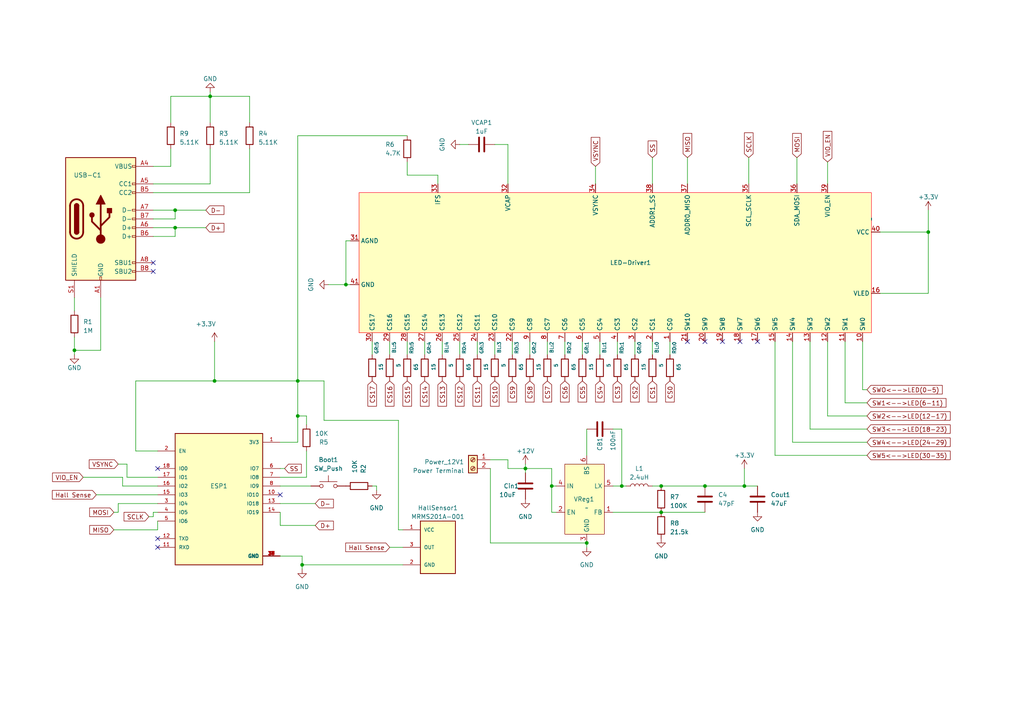
<source format=kicad_sch>
(kicad_sch (version 20230121) (generator eeschema)
  (paper "A4")
  (lib_symbols
    (symbol "Connector:Screw_Terminal_01x02" (pin_names (offset 1.016) hide)
      (property "Reference" "J" (at 0 2.54 0))
      (property "Value" "Screw_Terminal_01x02" (at 0 -5.08 0))
      (symbol "Screw_Terminal_01x02_1_1"
        (rectangle (start -1.27 1.27) (end 1.27 -3.81) (stroke (width 0.254)) (fill (type background)))
        (circle (center 0 -2.54) (radius 0.635) (stroke (width 0.1524)))
        (polyline (pts (xy -0.5334 -2.2098) (xy 0.3302 -3.048)) (stroke (width 0.1524)))
        (polyline (pts (xy -0.5334 0.3302) (xy 0.3302 -0.508)) (stroke (width 0.1524)))
        (polyline (pts (xy -0.3556 -2.032) (xy 0.508 -2.8702)) (stroke (width 0.1524)))
        (polyline (pts (xy -0.3556 0.508) (xy 0.508 -0.3302)) (stroke (width 0.1524)))
        (circle (center 0 0) (radius 0.635) (stroke (width 0.1524)))
        (pin passive line (at -5.08 0 0) (length 3.81) (name "Pin_1") (number "1"))
        (pin passive line (at -5.08 -2.54 0) (length 3.81) (name "Pin_2") (number "2"))
      )
    )
    (symbol "Connector:USB_C_Receptacle_USB2.0" (pin_names (offset 1.016))
      (property "Reference" "J" (at -10.16 19.05 0))
      (property "Value" "USB_C_Receptacle_USB2.0" (at 19.05 19.05 0))
      (symbol "USB_C_Receptacle_USB2.0_0_0"
        (rectangle (start -0.254 -17.78) (end 0.254 -16.764))
        (rectangle (start 10.16 -14.986) (end 9.144 -15.494))
        (rectangle (start 10.16 -12.446) (end 9.144 -12.954))
        (rectangle (start 10.16 -4.826) (end 9.144 -5.334))
        (rectangle (start 10.16 -2.286) (end 9.144 -2.794))
        (rectangle (start 10.16 0.254) (end 9.144 -0.254))
        (rectangle (start 10.16 2.794) (end 9.144 2.286))
        (rectangle (start 10.16 7.874) (end 9.144 7.366))
        (rectangle (start 10.16 10.414) (end 9.144 9.906))
        (rectangle (start 10.16 15.494) (end 9.144 14.986))
      )
      (symbol "USB_C_Receptacle_USB2.0_0_1"
        (rectangle (start -10.16 17.78) (end 10.16 -17.78) (stroke (width 0.254)) (fill (type background)))
        (arc (start -8.89 -3.81) (mid -6.985 -5.7067) (end -5.08 -3.81) (stroke (width 0.508)))
        (arc (start -7.62 -3.81) (mid -6.985 -4.4423) (end -6.35 -3.81) (stroke (width 0.254)))
        (arc (start -7.62 -3.81) (mid -6.985 -4.4423) (end -6.35 -3.81) (stroke (width 0.254)) (fill (type outline)))
        (rectangle (start -7.62 -3.81) (end -6.35 3.81) (stroke (width 0.254)) (fill (type outline)))
        (arc (start -6.35 3.81) (mid -6.985 4.4423) (end -7.62 3.81) (stroke (width 0.254)))
        (arc (start -6.35 3.81) (mid -6.985 4.4423) (end -7.62 3.81) (stroke (width 0.254)) (fill (type outline)))
        (arc (start -5.08 3.81) (mid -6.985 5.7067) (end -8.89 3.81) (stroke (width 0.508)))
        (circle (center -2.54 1.143) (radius 0.635) (stroke (width 0.254)) (fill (type outline)))
        (circle (center 0 -5.842) (radius 1.27) (fill (type outline)))
        (polyline (pts (xy -8.89 -3.81) (xy -8.89 3.81)) (stroke (width 0.508)))
        (polyline (pts (xy -5.08 3.81) (xy -5.08 -3.81)) (stroke (width 0.508)))
        (polyline (pts (xy 0 -5.842) (xy 0 4.318)) (stroke (width 0.508)))
        (polyline (pts (xy 0 -3.302) (xy -2.54 -0.762) (xy -2.54 0.508)) (stroke (width 0.508)))
        (polyline (pts (xy 0 -2.032) (xy 2.54 0.508) (xy 2.54 1.778)) (stroke (width 0.508)))
        (polyline (pts (xy -1.27 4.318) (xy 0 6.858) (xy 1.27 4.318) (xy -1.27 4.318)) (stroke (width 0.254)) (fill (type outline)))
        (rectangle (start 1.905 1.778) (end 3.175 3.048) (stroke (width 0.254)) (fill (type outline)))
      )
      (symbol "USB_C_Receptacle_USB2.0_1_1"
        (pin passive line (at 0 -22.86 90) (length 5.08) (name "GND") (number "A1"))
        (pin passive line (at 0 -22.86 90) (length 5.08) hide (name "GND") (number "A12"))
        (pin passive line (at 15.24 15.24 180) (length 5.08) (name "VBUS") (number "A4"))
        (pin bidirectional line (at 15.24 10.16 180) (length 5.08) (name "CC1") (number "A5"))
        (pin bidirectional line (at 15.24 -2.54 180) (length 5.08) (name "D+") (number "A6"))
        (pin bidirectional line (at 15.24 2.54 180) (length 5.08) (name "D-") (number "A7"))
        (pin bidirectional line (at 15.24 -12.7 180) (length 5.08) (name "SBU1") (number "A8"))
        (pin passive line (at 15.24 15.24 180) (length 5.08) hide (name "VBUS") (number "A9"))
        (pin passive line (at 0 -22.86 90) (length 5.08) hide (name "GND") (number "B1"))
        (pin passive line (at 0 -22.86 90) (length 5.08) hide (name "GND") (number "B12"))
        (pin passive line (at 15.24 15.24 180) (length 5.08) hide (name "VBUS") (number "B4"))
        (pin bidirectional line (at 15.24 7.62 180) (length 5.08) (name "CC2") (number "B5"))
        (pin bidirectional line (at 15.24 -5.08 180) (length 5.08) (name "D+") (number "B6"))
        (pin bidirectional line (at 15.24 0 180) (length 5.08) (name "D-") (number "B7"))
        (pin bidirectional line (at 15.24 -15.24 180) (length 5.08) (name "SBU2") (number "B8"))
        (pin passive line (at 15.24 15.24 180) (length 5.08) hide (name "VBUS") (number "B9"))
        (pin passive line (at -7.62 -22.86 90) (length 5.08) (name "SHIELD") (number "S1"))
      )
    )
    (symbol "Device:C" (pin_numbers hide) (pin_names (offset 0.254))
      (property "Reference" "C" (at 0.635 2.54 0))
      (property "Value" "C" (at 0.635 -2.54 0))
      (symbol "C_0_1"
        (polyline (pts (xy -2.032 -0.762) (xy 2.032 -0.762)) (stroke (width 0.508)))
        (polyline (pts (xy -2.032 0.762) (xy 2.032 0.762)) (stroke (width 0.508)))
      )
      (symbol "C_1_1"
        (pin passive line (at 0 3.81 270) (length 2.794) (name "~") (number "1"))
        (pin passive line (at 0 -3.81 90) (length 2.794) (name "~") (number "2"))
      )
    )
    (symbol "Device:L" (pin_numbers hide) (pin_names (offset 1.016) hide)
      (property "Reference" "L" (at -1.27 0 90))
      (property "Value" "L" (at 1.905 0 90))
      (symbol "L_0_1"
        (arc (start 0 -2.54) (mid 0.6323 -1.905) (end 0 -1.27))
        (arc (start 0 -1.27) (mid 0.6323 -0.635) (end 0 0))
        (arc (start 0 0) (mid 0.6323 0.635) (end 0 1.27))
        (arc (start 0 1.27) (mid 0.6323 1.905) (end 0 2.54))
      )
      (symbol "L_1_1"
        (pin passive line (at 0 3.81 270) (length 1.27) (name "1") (number "1"))
        (pin passive line (at 0 -3.81 90) (length 1.27) (name "2") (number "2"))
      )
    )
    (symbol "Device:R" (pin_numbers hide) (pin_names (offset 0))
      (property "Reference" "R" (at 2.032 0 90))
      (property "Value" "R" (at 0 0 90))
      (symbol "R_0_1"
        (rectangle (start -1.016 -2.54) (end 1.016 2.54) (stroke (width 0.254)))
      )
      (symbol "R_1_1"
        (pin passive line (at 0 3.81 270) (length 1.27) (name "~") (number "1"))
        (pin passive line (at 0 -3.81 90) (length 1.27) (name "~") (number "2"))
      )
    )
    (symbol "FanBladeSymbols:ESP32-C3-WROOM-02-N4" (pin_names (offset 1.016))
      (property "Reference" "U" (at -12.7 21.082 0))
      (property "Value" "ESP32-C3-WROOM-02-N4" (at -12.7 -18.542 0))
      (symbol "ESP32-C3-WROOM-02-N4_0_0"
        (rectangle (start -12.7 20.32) (end 12.7 -17.78) (stroke (width 0.254)) (fill (type background)))
        (pin power_in line (at 17.78 17.78 180) (length 5.08) (name "3V3") (number "1"))
        (pin bidirectional line (at 17.78 2.54 180) (length 5.08) (name "IO10") (number "10"))
        (pin bidirectional line (at -17.78 -12.7 0) (length 5.08) (name "RXD") (number "11"))
        (pin bidirectional line (at -17.78 -10.16 0) (length 5.08) (name "TXD") (number "12"))
        (pin bidirectional line (at 17.78 0 180) (length 5.08) (name "IO18") (number "13"))
        (pin bidirectional line (at 17.78 -2.54 180) (length 5.08) (name "IO19") (number "14"))
        (pin bidirectional line (at -17.78 2.54 0) (length 5.08) (name "IO3") (number "15"))
        (pin bidirectional line (at -17.78 5.08 0) (length 5.08) (name "IO2") (number "16"))
        (pin bidirectional line (at -17.78 7.62 0) (length 5.08) (name "IO1") (number "17"))
        (pin bidirectional line (at -17.78 10.16 0) (length 5.08) (name "IO0") (number "18"))
        (pin power_in line (at 17.78 -15.24 180) (length 5.08) (name "GND") (number "19"))
        (pin input line (at -17.78 15.24 0) (length 5.08) (name "EN") (number "2"))
        (pin power_in line (at 17.78 -15.24 180) (length 5.08) (name "GND") (number "20"))
        (pin power_in line (at 17.78 -15.24 180) (length 5.08) (name "GND") (number "21"))
        (pin power_in line (at 17.78 -15.24 180) (length 5.08) (name "GND") (number "22"))
        (pin power_in line (at 17.78 -15.24 180) (length 5.08) (name "GND") (number "23"))
        (pin power_in line (at 17.78 -15.24 180) (length 5.08) (name "GND") (number "24"))
        (pin power_in line (at 17.78 -15.24 180) (length 5.08) (name "GND") (number "25"))
        (pin power_in line (at 17.78 -15.24 180) (length 5.08) (name "GND") (number "26"))
        (pin power_in line (at 17.78 -15.24 180) (length 5.08) (name "GND") (number "27"))
        (pin power_in line (at 17.78 -15.24 180) (length 5.08) (name "GND") (number "28"))
        (pin power_in line (at 17.78 -15.24 180) (length 5.08) (name "GND") (number "29"))
        (pin bidirectional line (at -17.78 0 0) (length 5.08) (name "IO4") (number "3"))
        (pin power_in line (at 17.78 -15.24 180) (length 5.08) (name "GND") (number "30"))
        (pin power_in line (at 17.78 -15.24 180) (length 5.08) (name "GND") (number "31"))
        (pin power_in line (at 17.78 -15.24 180) (length 5.08) (name "GND") (number "32"))
        (pin power_in line (at 17.78 -15.24 180) (length 5.08) (name "GND") (number "33"))
        (pin power_in line (at 17.78 -15.24 180) (length 5.08) (name "GND") (number "34"))
        (pin power_in line (at 17.78 -15.24 180) (length 5.08) (name "GND") (number "35"))
        (pin power_in line (at 17.78 -15.24 180) (length 5.08) (name "GND") (number "36"))
        (pin power_in line (at 17.78 -15.24 180) (length 5.08) (name "GND") (number "37"))
        (pin power_in line (at 17.78 -15.24 180) (length 5.08) (name "GND") (number "38"))
        (pin power_in line (at 17.78 -15.24 180) (length 5.08) (name "GND") (number "39"))
        (pin bidirectional line (at -17.78 -2.54 0) (length 5.08) (name "IO5") (number "4"))
        (pin bidirectional line (at -17.78 -5.08 0) (length 5.08) (name "IO6") (number "5"))
        (pin bidirectional line (at 17.78 10.16 180) (length 5.08) (name "IO7") (number "6"))
        (pin bidirectional line (at 17.78 7.62 180) (length 5.08) (name "IO8") (number "7"))
        (pin bidirectional line (at 17.78 5.08 180) (length 5.08) (name "IO9") (number "8"))
        (pin power_in line (at 17.78 -15.24 180) (length 5.08) (name "GND") (number "9"))
      )
    )
    (symbol "FanBladeSymbols:LP5860MRKPR"
      (property "Reference" "LP5860" (at 0 49.53 0))
      (symbol "LP5860MRKPR_0_1"
        (rectangle (start -20.32 68.58) (end 20.32 -80.01) (stroke (width 0) (color 255 15 34 1)) (fill (type background)))
      )
      (symbol "LP5860MRKPR_1_1"
        (pin input line (at 22.86 10.16 180) (length 2.54) (name "CS0") (number "1"))
        (pin input line (at 22.86 66.04 180) (length 2.54) (name "SW0") (number "10"))
        (pin input line (at 22.86 60.96 180) (length 2.54) (name "SW1") (number "11"))
        (pin input line (at 22.86 55.88 180) (length 2.54) (name "SW2") (number "12"))
        (pin input line (at 22.86 50.8 180) (length 2.54) (name "SW3") (number "13"))
        (pin input line (at 22.86 45.72 180) (length 2.54) (name "SW4") (number "14"))
        (pin input line (at 22.86 40.64 180) (length 2.54) (name "SW5") (number "15"))
        (pin input line (at 8.89 71.12 270) (length 2.54) (name "VLED") (number "16"))
        (pin input line (at 22.86 35.56 180) (length 2.54) (name "SW6") (number "17"))
        (pin input line (at 22.86 30.48 180) (length 2.54) (name "SW7") (number "18"))
        (pin input line (at 22.86 25.4 180) (length 2.54) (name "SW8") (number "19"))
        (pin input line (at 22.86 5.08 180) (length 2.54) (name "CS1") (number "2"))
        (pin input line (at 22.86 20.32 180) (length 2.54) (name "SW9") (number "20"))
        (pin input line (at 22.86 15.24 180) (length 2.54) (name "SW10") (number "21"))
        (pin input line (at 22.86 -35.56 180) (length 2.54) (name "CS9") (number "22"))
        (pin input line (at 22.86 -40.64 180) (length 2.54) (name "CS10") (number "23"))
        (pin input line (at 22.86 -45.72 180) (length 2.54) (name "CS11") (number "24"))
        (pin input line (at 22.86 -50.8 180) (length 2.54) (name "CS12") (number "25"))
        (pin input line (at 22.86 -55.88 180) (length 2.54) (name "CS13") (number "26"))
        (pin input line (at 22.86 -60.96 180) (length 2.54) (name "CS14") (number "27"))
        (pin input line (at 22.86 -66.04 180) (length 2.54) (name "CS15") (number "28"))
        (pin input line (at 22.86 -71.12 180) (length 2.54) (name "CS16") (number "29"))
        (pin input line (at 22.86 0 180) (length 2.54) (name "CS2") (number "3"))
        (pin input line (at 22.86 -76.2 180) (length 2.54) (name "CS17") (number "30"))
        (pin input line (at -6.35 -82.55 90) (length 2.54) (name "AGND") (number "31"))
        (pin input line (at -22.86 -36.83 0) (length 2.54) (name "VCAP") (number "32"))
        (pin input line (at -22.86 -57.15 0) (length 2.54) (name "IFS") (number "33"))
        (pin input line (at -22.86 -11.43 0) (length 2.54) (name "VSYNC") (number "34"))
        (pin input line (at -22.86 33.02 0) (length 2.54) (name "SCL_SCLK") (number "35"))
        (pin input line (at -22.86 46.99 0) (length 2.54) (name "SDA_MOSI") (number "36"))
        (pin input line (at -22.86 15.24 0) (length 2.54) (name "ADDR0_MISO") (number "37"))
        (pin input line (at -22.86 5.08 0) (length 2.54) (name "ADDR1_SS") (number "38"))
        (pin input line (at -22.86 55.88 0) (length 2.54) (name "VIO_EN") (number "39"))
        (pin input line (at 22.86 -5.08 180) (length 2.54) (name "CS3") (number "4"))
        (pin input line (at -8.89 71.12 270) (length 2.54) (name "VCC") (number "40"))
        (pin input line (at 6.35 -82.55 90) (length 2.54) (name "GND") (number "41"))
        (pin input line (at 22.86 -10.16 180) (length 2.54) (name "CS4") (number "5"))
        (pin input line (at 22.86 -15.24 180) (length 2.54) (name "CS5") (number "6"))
        (pin input line (at 22.86 -20.32 180) (length 2.54) (name "CS6") (number "7"))
        (pin input line (at 22.86 -25.4 180) (length 2.54) (name "CS7") (number "8"))
        (pin input line (at 22.86 -30.48 180) (length 2.54) (name "CS8") (number "9"))
      )
    )
    (symbol "FanBladeSymbols:MRMS201A-001" (pin_names (offset 1.016))
      (property "Reference" "U" (at -5.08 8.89 0))
      (property "Value" "MRMS201A-001" (at -5.08 -8.89 0))
      (symbol "MRMS201A-001_0_0"
        (rectangle (start -5.08 7.62) (end 5.08 -7.62) (stroke (width 0.254)) (fill (type background)))
        (pin power_in line (at 10.16 5.08 180) (length 5.08) (name "VCC") (number "1"))
        (pin power_in line (at 10.16 -5.08 180) (length 5.08) (name "GND") (number "2"))
        (pin output line (at 10.16 0 180) (length 5.08) (name "OUT") (number "3"))
      )
    )
    (symbol "FanBladeSymbols:SY8105ADC"
      (property "Reference" "U" (at 0 2.54 0))
      (symbol "SY8105ADC_0_1"
        (rectangle (start -6.35 12.7) (end 5.08 -7.62) (fill (type background)))
      )
      (symbol "SY8105ADC_1_1"
        (pin input line (at 7.62 -1.27 180) (length 2.54) (name "FB") (number "1"))
        (pin input line (at -8.89 -1.27 0) (length 2.54) (name "EN") (number "2"))
        (pin input line (at 0 -10.16 90) (length 2.54) (name "GND") (number "3"))
        (pin input line (at -8.89 6.35 0) (length 2.54) (name "IN") (number "4"))
        (pin input line (at 7.62 6.35 180) (length 2.54) (name "LX") (number "5"))
        (pin input line (at 0 15.24 270) (length 2.54) (name "BS") (number "6"))
      )
    )
    (symbol "Switch:SW_Push" (pin_numbers hide) (pin_names (offset 1.016) hide)
      (property "Reference" "SW" (at 1.27 2.54 0))
      (property "Value" "SW_Push" (at 0 -1.524 0))
      (symbol "SW_Push_0_1"
        (circle (center -2.032 0) (radius 0.508))
        (polyline (pts (xy 0 1.27) (xy 0 3.048)))
        (polyline (pts (xy 2.54 1.27) (xy -2.54 1.27)))
        (circle (center 2.032 0) (radius 0.508))
        (pin passive line (at -5.08 0 0) (length 2.54) (name "1") (number "1"))
        (pin passive line (at 5.08 0 180) (length 2.54) (name "2") (number "2"))
      )
    )
    (symbol "power:+12V" (power) (pin_names (offset 0))
      (property "Value" "+12V" (at 0 3.556 0))
      (symbol "+12V_0_1"
        (polyline (pts (xy -0.762 1.27) (xy 0 2.54)))
        (polyline (pts (xy 0 0) (xy 0 2.54)))
        (polyline (pts (xy 0 2.54) (xy 0.762 1.27)))
      )
      (symbol "+12V_1_1"
        (pin power_in line (at 0 0 90) (length 0) hide (name "+12V") (number "1"))
      )
    )
    (symbol "power:+3.3V" (power) (pin_names (offset 0))
      (property "Value" "+3.3V" (at 0 3.556 0))
      (symbol "+3.3V_0_1"
        (polyline (pts (xy -0.762 1.27) (xy 0 2.54)))
        (polyline (pts (xy 0 0) (xy 0 2.54)))
        (polyline (pts (xy 0 2.54) (xy 0.762 1.27)))
      )
      (symbol "+3.3V_1_1"
        (pin power_in line (at 0 0 90) (length 0) hide (name "+3.3V") (number "1"))
      )
    )
    (symbol "power:GND" (power) (pin_names (offset 0))
      (property "Value" "GND" (at 0 -3.81 0))
      (symbol "GND_0_1"
        (polyline (pts (xy 0 0) (xy 0 -1.27) (xy 1.27 -1.27) (xy 0 -2.54) (xy -1.27 -1.27) (xy 0 -1.27)))
      )
      (symbol "GND_1_1"
        (pin power_in line (at 0 0 270) (length 0) hide (name "GND") (number "1"))
      )
    )
  )
  (junction (at 180.34 140.97))
  (junction (at 50.8 60.96))
  (junction (at 100.33 82.55))
  (junction (at 269.24 67.31))
  (junction (at 204.47 140.97))
  (junction (at 191.77 140.97))
  (junction (at 160.02 140.97))
  (junction (at 87.63 163.83))
  (junction (at 86.36 110.49))
  (junction (at 21.59 101.6))
  (junction (at 191.77 148.59))
  (junction (at 215.9 140.97))
  (junction (at 152.4 135.89))
  (junction (at 60.96 27.94))
  (junction (at 170.18 157.48))
  (junction (at 86.36 120.65))
  (junction (at 62.23 110.49))
  (junction (at 50.8 66.04))
  (no_connect (at 209.55 99.06))
  (no_connect (at 219.71 99.06))
  (no_connect (at 199.39 99.06))
  (no_connect (at 45.72 156.21))
  (no_connect (at 44.45 76.2))
  (no_connect (at 44.45 78.74))
  (no_connect (at 214.63 99.06))
  (no_connect (at 45.72 158.75))
  (no_connect (at 81.28 143.51))
  (no_connect (at 204.47 99.06))
  (no_connect (at 45.72 135.89))
  (wire (pts (xy 81.28 140.97) (xy 90.17 140.97)))
  (wire (pts (xy 153.67 99.06) (xy 153.67 102.87)))
  (wire (pts (xy 143.51 99.06) (xy 143.51 102.87)))
  (wire (pts (xy 49.53 35.56) (xy 49.53 27.94)))
  (wire (pts (xy 113.03 158.75) (xy 116.84 158.75)))
  (wire (pts (xy 251.46 132.08) (xy 224.79 132.08)))
  (wire (pts (xy 180.34 124.46) (xy 180.34 140.97)))
  (wire (pts (xy 62.23 99.06) (xy 62.23 110.49)))
  (wire (pts (xy 189.23 45.72) (xy 189.23 53.34)))
  (wire (pts (xy 217.17 45.72) (xy 217.17 53.34)))
  (wire (pts (xy 60.96 26.67) (xy 60.96 27.94)))
  (wire (pts (xy 269.24 60.96) (xy 269.24 67.31)))
  (wire (pts (xy 72.39 27.94) (xy 60.96 27.94)))
  (wire (pts (xy 147.32 135.89) (xy 147.32 133.35)))
  (wire (pts (xy 35.56 140.97) (xy 45.72 140.97)))
  (wire (pts (xy 118.11 46.99) (xy 118.11 50.8)))
  (wire (pts (xy 180.34 140.97) (xy 177.8 140.97)))
  (wire (pts (xy 49.53 27.94) (xy 60.96 27.94)))
  (wire (pts (xy 21.59 86.36) (xy 21.59 90.17)))
  (wire (pts (xy 39.37 110.49) (xy 62.23 110.49)))
  (wire (pts (xy 135.89 41.91) (xy 133.35 41.91)))
  (wire (pts (xy 173.99 99.06) (xy 173.99 102.87)))
  (wire (pts (xy 115.57 153.67) (xy 116.84 153.67)))
  (wire (pts (xy 204.47 140.97) (xy 215.9 140.97)))
  (wire (pts (xy 245.11 99.06) (xy 245.11 116.84)))
  (wire (pts (xy 93.98 110.49) (xy 86.36 110.49)))
  (wire (pts (xy 118.11 99.06) (xy 118.11 102.87)))
  (wire (pts (xy 86.36 39.37) (xy 86.36 110.49)))
  (wire (pts (xy 123.19 99.06) (xy 123.19 102.87)))
  (wire (pts (xy 115.57 121.92) (xy 115.57 153.67)))
  (wire (pts (xy 184.15 99.06) (xy 184.15 102.87)))
  (wire (pts (xy 27.94 143.51) (xy 45.72 143.51)))
  (wire (pts (xy 87.63 163.83) (xy 87.63 165.1)))
  (wire (pts (xy 39.37 110.49) (xy 39.37 130.81)))
  (wire (pts (xy 86.36 120.65) (xy 88.9 120.65)))
  (wire (pts (xy 191.77 140.97) (xy 204.47 140.97)))
  (wire (pts (xy 34.29 148.59) (xy 34.29 146.05)))
  (wire (pts (xy 224.79 132.08) (xy 224.79 99.06)))
  (wire (pts (xy 60.96 53.34) (xy 44.45 53.34)))
  (wire (pts (xy 240.03 46.99) (xy 240.03 53.34)))
  (wire (pts (xy 189.23 99.06) (xy 189.23 102.87)))
  (wire (pts (xy 147.32 53.34) (xy 147.32 41.91)))
  (wire (pts (xy 234.95 124.46) (xy 234.95 99.06)))
  (wire (pts (xy 191.77 148.59) (xy 204.47 148.59)))
  (wire (pts (xy 88.9 138.43) (xy 81.28 138.43)))
  (wire (pts (xy 81.28 135.89) (xy 82.55 135.89)))
  (wire (pts (xy 245.11 116.84) (xy 251.46 116.84)))
  (wire (pts (xy 72.39 55.88) (xy 44.45 55.88)))
  (wire (pts (xy 60.96 27.94) (xy 60.96 35.56)))
  (wire (pts (xy 39.37 130.81) (xy 45.72 130.81)))
  (wire (pts (xy 45.72 153.67) (xy 45.72 151.13)))
  (wire (pts (xy 50.8 63.5) (xy 50.8 60.96)))
  (wire (pts (xy 152.4 134.62) (xy 152.4 135.89)))
  (wire (pts (xy 152.4 135.89) (xy 160.02 135.89)))
  (wire (pts (xy 50.8 60.96) (xy 44.45 60.96)))
  (wire (pts (xy 24.13 138.43) (xy 35.56 138.43)))
  (wire (pts (xy 86.36 120.65) (xy 86.36 128.27)))
  (wire (pts (xy 101.6 69.85) (xy 100.33 69.85)))
  (wire (pts (xy 127 50.8) (xy 127 53.34)))
  (wire (pts (xy 81.28 146.05) (xy 91.44 146.05)))
  (wire (pts (xy 168.91 99.06) (xy 168.91 102.87)))
  (wire (pts (xy 250.19 113.03) (xy 251.46 113.03)))
  (wire (pts (xy 93.98 121.92) (xy 93.98 110.49)))
  (wire (pts (xy 160.02 148.59) (xy 161.29 148.59)))
  (wire (pts (xy 107.95 99.06) (xy 107.95 102.87)))
  (wire (pts (xy 81.28 128.27) (xy 86.36 128.27)))
  (wire (pts (xy 49.53 48.26) (xy 49.53 43.18)))
  (wire (pts (xy 87.63 163.83) (xy 116.84 163.83)))
  (wire (pts (xy 113.03 99.06) (xy 113.03 102.87)))
  (wire (pts (xy 50.8 68.58) (xy 50.8 66.04)))
  (wire (pts (xy 240.03 120.65) (xy 240.03 99.06)))
  (wire (pts (xy 100.33 82.55) (xy 101.6 82.55)))
  (wire (pts (xy 21.59 101.6) (xy 21.59 102.87)))
  (wire (pts (xy 81.28 152.4) (xy 81.28 148.59)))
  (wire (pts (xy 88.9 130.81) (xy 88.9 138.43)))
  (wire (pts (xy 251.46 120.65) (xy 240.03 120.65)))
  (wire (pts (xy 229.87 128.27) (xy 251.46 128.27)))
  (wire (pts (xy 36.83 134.62) (xy 36.83 138.43)))
  (wire (pts (xy 160.02 140.97) (xy 161.29 140.97)))
  (wire (pts (xy 72.39 43.18) (xy 72.39 55.88)))
  (wire (pts (xy 35.56 138.43) (xy 35.56 140.97)))
  (wire (pts (xy 44.45 148.59) (xy 45.72 148.59)))
  (wire (pts (xy 62.23 110.49) (xy 86.36 110.49)))
  (wire (pts (xy 50.8 66.04) (xy 59.69 66.04)))
  (wire (pts (xy 138.43 99.06) (xy 138.43 102.87)))
  (wire (pts (xy 128.27 99.06) (xy 128.27 102.87)))
  (wire (pts (xy 44.45 68.58) (xy 50.8 68.58)))
  (wire (pts (xy 215.9 135.89) (xy 215.9 140.97)))
  (wire (pts (xy 170.18 158.75) (xy 170.18 157.48)))
  (wire (pts (xy 33.02 153.67) (xy 45.72 153.67)))
  (wire (pts (xy 142.24 133.35) (xy 147.32 133.35)))
  (wire (pts (xy 215.9 140.97) (xy 219.71 140.97)))
  (wire (pts (xy 60.96 43.18) (xy 60.96 53.34)))
  (wire (pts (xy 100.33 69.85) (xy 100.33 82.55)))
  (wire (pts (xy 21.59 97.79) (xy 21.59 101.6)))
  (wire (pts (xy 100.33 82.55) (xy 95.25 82.55)))
  (wire (pts (xy 160.02 140.97) (xy 160.02 148.59)))
  (wire (pts (xy 158.75 99.06) (xy 158.75 102.87)))
  (wire (pts (xy 133.35 99.06) (xy 133.35 102.87)))
  (wire (pts (xy 148.59 99.06) (xy 148.59 102.87)))
  (wire (pts (xy 109.22 142.24) (xy 109.22 140.97)))
  (wire (pts (xy 29.21 101.6) (xy 21.59 101.6)))
  (wire (pts (xy 251.46 124.46) (xy 234.95 124.46)))
  (wire (pts (xy 44.45 48.26) (xy 49.53 48.26)))
  (wire (pts (xy 88.9 120.65) (xy 88.9 123.19)))
  (wire (pts (xy 229.87 99.06) (xy 229.87 128.27)))
  (wire (pts (xy 109.22 140.97) (xy 107.95 140.97)))
  (wire (pts (xy 34.29 146.05) (xy 45.72 146.05)))
  (wire (pts (xy 180.34 124.46) (xy 177.8 124.46)))
  (wire (pts (xy 255.27 85.09) (xy 269.24 85.09)))
  (wire (pts (xy 34.29 134.62) (xy 36.83 134.62)))
  (wire (pts (xy 152.4 135.89) (xy 147.32 135.89)))
  (wire (pts (xy 163.83 99.06) (xy 163.83 102.87)))
  (wire (pts (xy 81.28 161.29) (xy 87.63 161.29)))
  (wire (pts (xy 199.39 45.72) (xy 199.39 53.34)))
  (wire (pts (xy 118.11 39.37) (xy 86.36 39.37)))
  (wire (pts (xy 147.32 41.91) (xy 143.51 41.91)))
  (wire (pts (xy 180.34 140.97) (xy 181.61 140.97)))
  (wire (pts (xy 142.24 135.89) (xy 142.24 157.48)))
  (wire (pts (xy 231.14 45.72) (xy 231.14 53.34)))
  (wire (pts (xy 255.27 67.31) (xy 269.24 67.31)))
  (wire (pts (xy 81.28 152.4) (xy 91.44 152.4)))
  (wire (pts (xy 33.02 148.59) (xy 34.29 148.59)))
  (wire (pts (xy 44.45 149.86) (xy 44.45 148.59)))
  (wire (pts (xy 250.19 99.06) (xy 250.19 113.03)))
  (wire (pts (xy 160.02 135.89) (xy 160.02 140.97)))
  (wire (pts (xy 118.11 50.8) (xy 127 50.8)))
  (wire (pts (xy 43.18 149.86) (xy 44.45 149.86)))
  (wire (pts (xy 142.24 157.48) (xy 170.18 157.48)))
  (wire (pts (xy 170.18 124.46) (xy 170.18 132.08)))
  (wire (pts (xy 72.39 35.56) (xy 72.39 27.94)))
  (wire (pts (xy 36.83 138.43) (xy 45.72 138.43)))
  (wire (pts (xy 152.4 135.89) (xy 152.4 137.16)))
  (wire (pts (xy 93.98 121.92) (xy 115.57 121.92)))
  (wire (pts (xy 179.07 99.06) (xy 179.07 102.87)))
  (wire (pts (xy 86.36 110.49) (xy 86.36 120.65)))
  (wire (pts (xy 50.8 60.96) (xy 59.69 60.96)))
  (wire (pts (xy 44.45 63.5) (xy 50.8 63.5)))
  (wire (pts (xy 177.8 148.59) (xy 191.77 148.59)))
  (wire (pts (xy 194.31 99.06) (xy 194.31 102.87)))
  (wire (pts (xy 269.24 67.31) (xy 269.24 85.09)))
  (wire (pts (xy 50.8 66.04) (xy 44.45 66.04)))
  (wire (pts (xy 189.23 140.97) (xy 191.77 140.97)))
  (wire (pts (xy 87.63 161.29) (xy 87.63 163.83)))
  (wire (pts (xy 29.21 86.36) (xy 29.21 101.6)))
  (wire (pts (xy 172.72 48.26) (xy 172.72 53.34)))
  (global_label "Hall Sense" (shape input) (at 113.03 158.75 180) (property "Intersheetrefs" "${INTERSHEET_REFS}" (effects hide)))
  (global_label "SW5<-->LED(30-35)" (shape input) (at 251.46 132.08 0) (property "Intersheetrefs" "${INTERSHEET_REFS}" (effects hide)))
  (global_label "CS11" (shape input) (at 138.43 110.49 270) (property "Intersheetrefs" "${INTERSHEET_REFS}" (effects hide)))
  (global_label "CS3" (shape input) (at 179.07 110.49 270) (property "Intersheetrefs" "${INTERSHEET_REFS}" (effects hide)))
  (global_label "VSYNC" (shape input) (at 34.29 134.62 180) (property "Intersheetrefs" "${INTERSHEET_REFS}" (effects hide)))
  (global_label "SW4<-->LED(24-29)" (shape input) (at 251.46 128.27 0) (property "Intersheetrefs" "${INTERSHEET_REFS}" (effects hide)))
  (global_label "Hall Sense" (shape input) (at 27.94 143.51 180) (property "Intersheetrefs" "${INTERSHEET_REFS}" (effects hide)))
  (global_label "CS7" (shape input) (at 158.75 110.49 270) (property "Intersheetrefs" "${INTERSHEET_REFS}" (effects hide)))
  (global_label "SW2<-->LED(12-17)" (shape input) (at 251.46 120.65 0) (property "Intersheetrefs" "${INTERSHEET_REFS}" (effects hide)))
  (global_label "CS14" (shape input) (at 123.19 110.49 270) (property "Intersheetrefs" "${INTERSHEET_REFS}" (effects hide)))
  (global_label "CS0" (shape input) (at 194.31 110.49 270) (property "Intersheetrefs" "${INTERSHEET_REFS}" (effects hide)))
  (global_label "SCLK" (shape input) (at 43.18 149.86 180) (property "Intersheetrefs" "${INTERSHEET_REFS}" (effects hide)))
  (global_label "CS15" (shape input) (at 118.11 110.49 270) (property "Intersheetrefs" "${INTERSHEET_REFS}" (effects hide)))
  (global_label "CS5" (shape input) (at 168.91 110.49 270) (property "Intersheetrefs" "${INTERSHEET_REFS}" (effects hide)))
  (global_label "SS" (shape input) (at 82.55 135.89 0) (property "Intersheetrefs" "${INTERSHEET_REFS}" (effects hide)))
  (global_label "SW1<-->LED(6-11)" (shape input) (at 251.46 116.84 0) (property "Intersheetrefs" "${INTERSHEET_REFS}" (effects hide)))
  (global_label "SW3<-->LED(18-23)" (shape input) (at 251.46 124.46 0) (property "Intersheetrefs" "${INTERSHEET_REFS}" (effects hide)))
  (global_label "CS9" (shape input) (at 148.59 110.49 270) (property "Intersheetrefs" "${INTERSHEET_REFS}" (effects hide)))
  (global_label "CS2" (shape input) (at 184.15 110.49 270) (property "Intersheetrefs" "${INTERSHEET_REFS}" (effects hide)))
  (global_label "SS" (shape input) (at 189.23 45.72 90) (property "Intersheetrefs" "${INTERSHEET_REFS}" (effects hide)))
  (global_label "CS12" (shape input) (at 133.35 110.49 270) (property "Intersheetrefs" "${INTERSHEET_REFS}" (effects hide)))
  (global_label "CS6" (shape input) (at 163.83 110.49 270) (property "Intersheetrefs" "${INTERSHEET_REFS}" (effects hide)))
  (global_label "MISO" (shape input) (at 199.39 45.72 90) (property "Intersheetrefs" "${INTERSHEET_REFS}" (effects hide)))
  (global_label "VIO_EN" (shape input) (at 24.13 138.43 180) (property "Intersheetrefs" "${INTERSHEET_REFS}" (effects hide)))
  (global_label "CS16" (shape input) (at 113.03 110.49 270) (property "Intersheetrefs" "${INTERSHEET_REFS}" (effects hide)))
  (global_label "MISO" (shape input) (at 33.02 153.67 180) (property "Intersheetrefs" "${INTERSHEET_REFS}" (effects hide)))
  (global_label "CS4" (shape input) (at 173.99 110.49 270) (property "Intersheetrefs" "${INTERSHEET_REFS}" (effects hide)))
  (global_label "D+" (shape input) (at 59.69 66.04 0) (property "Intersheetrefs" "${INTERSHEET_REFS}" (effects hide)))
  (global_label "CS8" (shape input) (at 153.67 110.49 270) (property "Intersheetrefs" "${INTERSHEET_REFS}" (effects hide)))
  (global_label "SCLK" (shape input) (at 217.17 45.72 90) (property "Intersheetrefs" "${INTERSHEET_REFS}" (effects hide)))
  (global_label "MOSI" (shape input) (at 33.02 148.59 180) (property "Intersheetrefs" "${INTERSHEET_REFS}" (effects hide)))
  (global_label "CS17" (shape input) (at 107.95 110.49 270) (property "Intersheetrefs" "${INTERSHEET_REFS}" (effects hide)))
  (global_label "MOSI" (shape input) (at 231.14 45.72 90) (property "Intersheetrefs" "${INTERSHEET_REFS}" (effects hide)))
  (global_label "CS13" (shape input) (at 128.27 110.49 270) (property "Intersheetrefs" "${INTERSHEET_REFS}" (effects hide)))
  (global_label "VSYNC" (shape input) (at 172.72 48.26 90) (property "Intersheetrefs" "${INTERSHEET_REFS}" (effects hide)))
  (global_label "D+" (shape input) (at 91.44 152.4 0) (property "Intersheetrefs" "${INTERSHEET_REFS}" (effects hide)))
  (global_label "CS1" (shape input) (at 189.23 110.49 270) (property "Intersheetrefs" "${INTERSHEET_REFS}" (effects hide)))
  (global_label "D-" (shape input) (at 59.69 60.96 0) (property "Intersheetrefs" "${INTERSHEET_REFS}" (effects hide)))
  (global_label "VIO_EN" (shape input) (at 240.03 46.99 90) (property "Intersheetrefs" "${INTERSHEET_REFS}" (effects hide)))
  (global_label "D-" (shape input) (at 91.44 146.05 0) (property "Intersheetrefs" "${INTERSHEET_REFS}" (effects hide)))
  (global_label "SWO<-->LED(0-5)" (shape input) (at 251.46 113.03 0) (property "Intersheetrefs" "${INTERSHEET_REFS}" (effects hide)))
  (global_label "CS10" (shape input) (at 143.51 110.49 270) (property "Intersheetrefs" "${INTERSHEET_REFS}" (effects hide)))
  (symbol (lib_id "power:GND") (at 60.96 26.67 180) (unit 1)
    (property "Reference" "#PWR03" (effects hide))
    (property "Value" "GND" (at 60.96 22.86 0))
  )
  (symbol (lib_id "Device:L") (at 185.42 140.97 90) (unit 1)
    (property "Reference" "L1" (at 185.42 135.89 90))
    (property "Value" "2.4uH" (at 185.42 138.43 90))
    (property "Footprint" "FanbladeFootprints:Inductor_Sunlord" (effects hide))
  )
  (symbol (lib_id "power:GND") (at 133.35 41.91 270) (unit 1)
    (property "Reference" "#PWR07" (effects hide))
    (property "Value" "GND" (at 128.27 41.91 0))
  )
  (symbol (lib_id "Device:R") (at 49.53 39.37 0) (unit 1)
    (property "Reference" "R9" (at 52.07 38.735 0) (effects (justify left)))
    (property "Value" "5.11K" (at 52.07 41.275 0) (effects (justify left)))
    (property "Footprint" "FanbladeFootprints:Resistor_603" (effects hide))
  )
  (symbol (lib_id "Device:R") (at 184.15 106.68 180) (unit 1)
    (property "Reference" "GR:0" (at 185.42 99.06 90) (effects (font (size 1 1)) (justify left)))
    (property "Value" "15" (at 186.69 105.41 90) (effects (font (size 1 1)) (justify left)))
    (property "Footprint" "FanbladeFootprints:Resistor_603" (effects hide))
  )
  (symbol (lib_id "Device:C") (at 139.7 41.91 270) (unit 1)
    (property "Reference" "VCAP1" (at 139.7 35.56 90))
    (property "Value" "1uF" (at 139.7 38.1 90))
    (property "Footprint" "FanbladeFootprints:Cap_603" (effects hide))
  )
  (symbol (lib_id "FanBladeSymbols:MRMS201A-001") (at 127 158.75 0) (mirror y) (unit 1)
    (property "Reference" "HallSensor1" (at 127 147.32 0))
    (property "Value" "MRMS201A-001" (at 127 149.86 0))
    (property "Footprint" "FanbladeFootprints:XDCR_MRMS201A-001" (effects hide))
    (property "STANDARD" "Manufacturer Recommendations" (effects hide))
    (property "PARTREV" "9" (effects hide))
    (property "MAXIMUM_PACKAGE_HEIGHT" "1.3mm" (effects hide))
    (property "MANUFACTURER" "Murata" (effects hide))
  )
  (symbol (lib_id "power:+3.3V") (at 62.23 99.06 0) (unit 1)
    (property "Reference" "#PWR04" (effects hide))
    (property "Value" "+3.3V (ESP Chip power)" (at 59.69 93.98 0))
  )
  (symbol (lib_id "Device:R") (at 107.95 106.68 180) (unit 1)
    (property "Reference" "GR:5" (at 109.22 99.06 90) (effects (font (size 1 1)) (justify left)))
    (property "Value" "15" (at 110.49 105.41 90) (effects (font (size 1 1)) (justify left)))
    (property "Footprint" "FanbladeFootprints:Resistor_603" (effects hide))
  )
  (symbol (lib_id "power:+12V") (at 152.4 134.62 0) (unit 1)
    (property "Reference" "#PWR09" (effects hide))
    (property "Value" "+12V" (at 152.4 130.81 0))
  )
  (symbol (lib_id "power:GND") (at 219.71 148.59 0) (unit 1)
    (property "Reference" "#PWR012" (effects hide))
    (property "Value" "GND" (at 219.71 153.67 0))
  )
  (symbol (lib_id "Device:R") (at 88.9 127 180) (unit 1)
    (property "Reference" "R5" (at 95.25 128.27 0) (effects (justify left)))
    (property "Value" "10K" (at 95.25 125.73 0) (effects (justify left)))
    (property "Footprint" "FanbladeFootprints:Resistor_603" (effects hide))
  )
  (symbol (lib_id "Device:R") (at 168.91 106.68 180) (unit 1)
    (property "Reference" "GR:1" (at 170.18 99.06 90) (effects (font (size 1 1)) (justify left)))
    (property "Value" "15" (at 171.45 105.41 90) (effects (font (size 1 1)) (justify left)))
    (property "Footprint" "FanbladeFootprints:Resistor_603" (effects hide))
  )
  (symbol (lib_id "Device:R") (at 173.99 106.68 180) (unit 1)
    (property "Reference" "BL:1" (at 175.26 99.06 90) (effects (font (size 1 1)) (justify left)))
    (property "Value" "5" (at 176.53 105.41 90) (effects (font (size 1 1)) (justify left)))
    (property "Footprint" "FanbladeFootprints:Resistor_603" (effects hide))
  )
  (symbol (lib_id "Device:R") (at 179.07 106.68 180) (unit 1)
    (property "Reference" "RD:1" (at 180.34 99.06 90) (effects (font (size 1 1)) (justify left)))
    (property "Value" "65" (at 181.61 105.41 90) (effects (font (size 1 1)) (justify left)))
    (property "Footprint" "FanbladeFootprints:Resistor_603" (effects hide))
  )
  (symbol (lib_id "Device:C") (at 173.99 124.46 90) (unit 1)
    (property "Reference" "CB1" (at 173.99 130.81 0) (effects (justify left)))
    (property "Value" "100nF" (at 177.8 130.81 0) (effects (justify left)))
    (property "Footprint" "FanbladeFootprints:Cap_603" (effects hide))
  )
  (symbol (lib_id "Connector:USB_C_Receptacle_USB2.0") (at 29.21 63.5 0) (unit 1)
    (property "Reference" "USB-C1" (at 25.4 50.8 0))
    (property "Value" "USB_C_Receptacle_USB2.0" (effects hide))
    (property "Footprint" "FanbladeFootprints:TYPE-C-31-M-14" (effects hide))
    (property "Datasheet" "https://www.usb.org/sites/default/files/documents/usb_type-c.zip" (effects hide))
  )
  (symbol (lib_id "Switch:SW_Push") (at 95.25 140.97 0) (unit 1)
    (property "Reference" "Boot1" (at 95.25 133.35 0))
    (property "Value" "SW_Push" (at 95.25 135.89 0))
    (property "Footprint" "FanbladeFootprints:ButtonSMD" (effects hide))
  )
  (symbol (lib_id "Device:R") (at 158.75 106.68 180) (unit 1)
    (property "Reference" "BL:2" (at 160.02 99.06 90) (effects (font (size 1 1)) (justify left)))
    (property "Value" "5" (at 161.29 105.41 90) (effects (font (size 1 1)) (justify left)))
    (property "Footprint" "FanbladeFootprints:Resistor_603" (effects hide))
  )
  (symbol (lib_id "power:GND") (at 191.77 156.21 0) (unit 1)
    (property "Reference" "#PWR011" (effects hide))
    (property "Value" "GND" (at 191.77 161.29 0))
  )
  (symbol (lib_id "Device:R") (at 72.39 39.37 0) (unit 1)
    (property "Reference" "R4" (at 74.93 38.735 0) (effects (justify left)))
    (property "Value" "5.11K" (at 74.93 41.275 0) (effects (justify left)))
    (property "Footprint" "FanbladeFootprints:Resistor_603" (effects hide))
  )
  (symbol (lib_id "Device:R") (at 133.35 106.68 180) (unit 1)
    (property "Reference" "RD:4" (at 134.62 99.06 90) (effects (font (size 1 1)) (justify left)))
    (property "Value" "65" (at 135.89 105.41 90) (effects (font (size 1 1)) (justify left)))
    (property "Footprint" "FanbladeFootprints:Resistor_603" (effects hide))
  )
  (symbol (lib_id "Device:R") (at 123.19 106.68 180) (unit 1)
    (property "Reference" "GR:4" (at 124.46 99.06 90) (effects (font (size 1 1)) (justify left)))
    (property "Value" "15" (at 125.73 105.41 90) (effects (font (size 1 1)) (justify left)))
    (property "Footprint" "FanbladeFootprints:Resistor_603" (effects hide))
  )
  (symbol (lib_id "power:GND") (at 170.18 158.75 0) (unit 1)
    (property "Reference" "#PWR08" (effects hide))
    (property "Value" "GND" (at 170.18 163.83 0))
  )
  (symbol (lib_id "Device:C") (at 219.71 144.78 0) (unit 1)
    (property "Reference" "Cout1" (at 223.52 143.51 0) (effects (justify left)))
    (property "Value" "47uF" (at 223.52 146.05 0) (effects (justify left)))
    (property "Footprint" "FanbladeFootprints:Cap_603" (effects hide))
  )
  (symbol (lib_id "Device:R") (at 60.96 39.37 0) (unit 1)
    (property "Reference" "R3" (at 63.5 38.735 0) (effects (justify left)))
    (property "Value" "5.11K" (at 63.5 41.275 0) (effects (justify left)))
    (property "Footprint" "FanbladeFootprints:Resistor_603" (effects hide))
  )
  (symbol (lib_id "FanBladeSymbols:ESP32-C3-WROOM-02-N4") (at 63.5 146.05 0) (unit 1)
    (property "Reference" "ESP1" (at 63.5 140.97 0))
    (property "Value" "ESP32-C3-WROOM-02-N4" (effects hide))
    (property "Footprint" "FanbladeFootprints:MODULE_ESP32-C3-WROOM-02-H4" (effects hide))
    (property "AVAILABILITY" "In Stock" (effects hide))
    (property "PACKAGE" "Package" (effects hide))
    (property "MP" "ESP32-C3-WROOM-02-H4" (effects hide))
    (property "MF" "Espressif Systems" (effects hide))
    (property "PRICE" "None" (effects hide))
    (property "DESCRIPTION" "WiFi Modules (802.11) (Engineering Samples) SMD module, ESP32-C3, 4MB SPI flash, PCB antenna, -40 C +105 C" (effects hide))
    (property "PURCHASE-URL" "https://pricing.snapeda.com/search/part/ESP32-C3-WROOM-02-H4/?ref=eda" (effects hide))
  )
  (symbol (lib_id "Device:R") (at 113.03 106.68 180) (unit 1)
    (property "Reference" "BL:5" (at 114.3 99.06 90) (effects (font (size 1 1)) (justify left)))
    (property "Value" "5" (at 115.57 105.41 90) (effects (font (size 1 1)) (justify left)))
    (property "Footprint" "FanbladeFootprints:Resistor_603" (effects hide))
  )
  (symbol (lib_id "Device:R") (at 148.59 106.68 180) (unit 1)
    (property "Reference" "RD:3" (at 149.86 99.06 90) (effects (font (size 1 1)) (justify left)))
    (property "Value" "65" (at 151.13 105.41 90) (effects (font (size 1 1)) (justify left)))
    (property "Footprint" "FanbladeFootprints:Resistor_603" (effects hide))
  )
  (symbol (lib_id "power:GND") (at 152.4 144.78 0) (unit 1)
    (property "Reference" "#PWR010" (effects hide))
    (property "Value" "GND" (at 152.4 149.86 0))
  )
  (symbol (lib_id "Device:R") (at 191.77 152.4 0) (unit 1)
    (property "Reference" "R8" (at 194.31 151.765 0) (effects (justify left)))
    (property "Value" "21.5k" (at 194.31 154.305 0) (effects (justify left)))
    (property "Footprint" "FanbladeFootprints:Resistor_603" (effects hide))
  )
  (symbol (lib_id "Device:R") (at 128.27 106.68 180) (unit 1)
    (property "Reference" "BL:4" (at 129.54 99.06 90) (effects (font (size 1 1)) (justify left)))
    (property "Value" "5" (at 130.81 105.41 90) (effects (font (size 1 1)) (justify left)))
    (property "Footprint" "FanbladeFootprints:Resistor_603" (effects hide))
  )
  (symbol (lib_id "Device:R") (at 143.51 106.68 180) (unit 1)
    (property "Reference" "BL:3" (at 144.78 99.06 90) (effects (font (size 1 1)) (justify left)))
    (property "Value" "5" (at 146.05 105.41 90) (effects (font (size 1 1)) (justify left)))
    (property "Footprint" "FanbladeFootprints:Resistor_603" (effects hide))
  )
  (symbol (lib_id "Device:R") (at 118.11 43.18 0) (unit 1)
    (property "Reference" "R6" (at 111.76 41.91 0) (effects (justify left)))
    (property "Value" "4.7K" (at 111.76 44.45 0) (effects (justify left)))
    (property "Footprint" "FanbladeFootprints:Resistor_603" (effects hide))
  )
  (symbol (lib_id "Device:R") (at 118.11 106.68 180) (unit 1)
    (property "Reference" "RD:5" (at 119.38 99.06 90) (effects (font (size 1 1)) (justify left)))
    (property "Value" "65" (at 120.65 105.41 90) (effects (font (size 1 1)) (justify left)))
    (property "Footprint" "FanbladeFootprints:Resistor_603" (effects hide))
  )
  (symbol (lib_id "Device:R") (at 191.77 144.78 0) (unit 1)
    (property "Reference" "R7" (at 194.31 144.145 0) (effects (justify left)))
    (property "Value" "100K" (at 194.31 146.685 0) (effects (justify left)))
    (property "Footprint" "FanbladeFootprints:Resistor_603" (effects hide))
  )
  (symbol (lib_id "power:GND") (at 95.25 82.55 270) (unit 1)
    (property "Reference" "#PWR06" (effects hide))
    (property "Value" "GND" (at 90.17 82.55 0))
  )
  (symbol (lib_id "Device:C") (at 204.47 144.78 0) (unit 1)
    (property "Reference" "C4" (at 208.28 143.51 0) (effects (justify left)))
    (property "Value" "47pF" (at 208.28 146.05 0) (effects (justify left)))
    (property "Footprint" "FanbladeFootprints:Cap_603" (effects hide))
  )
  (symbol (lib_id "Connector:Screw_Terminal_01x02") (at 137.16 133.35 0) (mirror y) (unit 1)
    (property "Reference" "Power_12V1" (at 134.62 133.985 0) (effects (justify left)))
    (property "Value" "Power Terminal" (at 134.62 136.525 0) (effects (justify left)))
    (property "Footprint" "FanbladeFootprints:Power_Terminal" (effects hide))
  )
  (symbol (lib_id "Device:C") (at 152.4 140.97 0) (unit 1)
    (property "Reference" "Cin1" (at 146.05 140.97 0) (effects (justify left)))
    (property "Value" "10uF" (at 144.78 143.51 0) (effects (justify left)))
    (property "Footprint" "FanbladeFootprints:Cap_603" (effects hide))
  )
  (symbol (lib_id "Device:R") (at 21.59 93.98 0) (unit 1)
    (property "Reference" "R1" (at 24.13 93.345 0) (effects (justify left)))
    (property "Value" "1M" (at 24.13 95.885 0) (effects (justify left)))
    (property "Footprint" "FanbladeFootprints:Resistor_603" (effects hide))
  )
  (symbol (lib_id "power:GND") (at 21.59 102.87 0) (mirror y) (unit 1)
    (property "Reference" "#PWR01" (effects hide))
    (property "Value" "GND" (at 21.59 106.68 0))
  )
  (symbol (lib_id "power:+3.3V") (at 269.24 60.96 0) (unit 1)
    (property "Reference" "#PWR02" (effects hide))
    (property "Value" "+3.3V" (at 269.24 57.15 0))
  )
  (symbol (lib_id "Device:R") (at 194.31 106.68 180) (unit 1)
    (property "Reference" "RD:0" (at 195.58 99.06 90) (effects (font (size 1 1)) (justify left)))
    (property "Value" "65" (at 196.85 105.41 90) (effects (font (size 1 1)) (justify left)))
    (property "Footprint" "FanbladeFootprints:Resistor_603" (effects hide))
  )
  (symbol (lib_id "Device:R") (at 163.83 106.68 180) (unit 1)
    (property "Reference" "RD:2" (at 165.1 99.06 90) (effects (font (size 1 1)) (justify left)))
    (property "Value" "65" (at 166.37 105.41 90) (effects (font (size 1 1)) (justify left)))
    (property "Footprint" "FanbladeFootprints:Resistor_603" (effects hide))
  )
  (symbol (lib_id "FanBladeSymbols:SY8105ADC") (at 170.18 147.32 0) (unit 1)
    (property "Reference" "VReg1" (at 166.37 144.78 0) (effects (justify left)))
    (property "Value" "~" (at 170.18 147.32 0))
    (property "Footprint" "FanbladeFootprints:AN_SY8105" (effects hide))
  )
  (symbol (lib_id "FanBladeSymbols:LP5860MRKPR") (at 184.15 76.2 270) (unit 1)
    (property "Reference" "LED-Driver1" (at 182.88 76.2 90))
    (property "Value" "~" (at 252.73 63.5 0))
    (property "Footprint" "FanbladeFootprints:QFN-40_EP_4.85x5.15_Pitch0.4mm" (effects hide))
  )
  (symbol (lib_id "Device:R") (at 138.43 106.68 180) (unit 1)
    (property "Reference" "GR:3" (at 139.7 99.06 90) (effects (font (size 1 1)) (justify left)))
    (property "Value" "15" (at 140.97 105.41 90) (effects (font (size 1 1)) (justify left)))
    (property "Footprint" "FanbladeFootprints:Resistor_603" (effects hide))
  )
  (symbol (lib_id "power:+3.3V") (at 215.9 135.89 0) (unit 1)
    (property "Reference" "#PWR013" (effects hide))
    (property "Value" "+3.3V" (at 215.9 132.08 0))
  )
  (symbol (lib_id "power:GND") (at 87.63 165.1 0) (unit 1)
    (property "Reference" "#PWR05" (effects hide))
    (property "Value" "GND" (at 87.63 170.18 0))
  )
  (symbol (lib_id "Device:R") (at 189.23 106.68 180) (unit 1)
    (property "Reference" "BL:0" (at 190.5 99.06 90) (effects (font (size 1 1)) (justify left)))
    (property "Value" "5" (at 191.77 105.41 90) (effects (font (size 1 1)) (justify left)))
    (property "Footprint" "FanbladeFootprints:Resistor_603" (effects hide))
  )
  (symbol (lib_id "power:GND") (at 109.22 142.24 0) (unit 1)
    (property "Reference" "#PWR014" (effects hide))
    (property "Value" "GND" (at 109.22 147.32 0))
  )
  (symbol (lib_id "Device:R") (at 104.14 140.97 270) (unit 1)
    (property "Reference" "R2" (at 105.41 134.62 0) (effects (justify left)))
    (property "Value" "10K" (at 102.87 133.35 0) (effects (justify left)))
    (property "Footprint" "FanbladeFootprints:Resistor_603" (effects hide))
  )
  (symbol (lib_id "Device:R") (at 153.67 106.68 180) (unit 1)
    (property "Reference" "GR:2" (at 154.94 99.06 90) (effects (font (size 1 1)) (justify left)))
    (property "Value" "15" (at 156.21 105.41 90) (effects (font (size 1 1)) (justify left)))
    (property "Footprint" "FanbladeFootprints:Resistor_603" (effects hide))
  )
  (sheet (at 1.27 254) (size 292.1 161.29) (stroke (width 0.1524))
    (property "Sheetname" "LED_Matrix" (at 1.27 253.2884 0) (effects (justify left bottom)))
    (property "Sheetfile" "LED Matrix.kicad_sch" (at 1.27 415.8746 0) (effects (justify left top)))
  )
)
</source>
